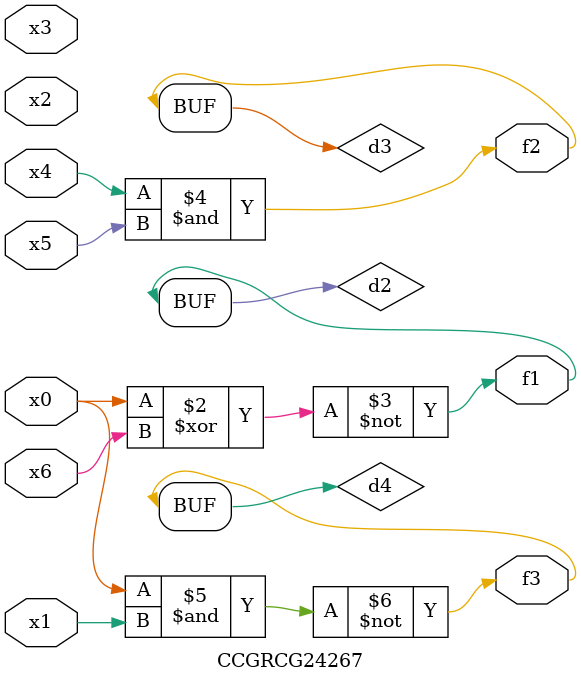
<source format=v>
module CCGRCG24267(
	input x0, x1, x2, x3, x4, x5, x6,
	output f1, f2, f3
);

	wire d1, d2, d3, d4;

	nor (d1, x0);
	xnor (d2, x0, x6);
	and (d3, x4, x5);
	nand (d4, x0, x1);
	assign f1 = d2;
	assign f2 = d3;
	assign f3 = d4;
endmodule

</source>
